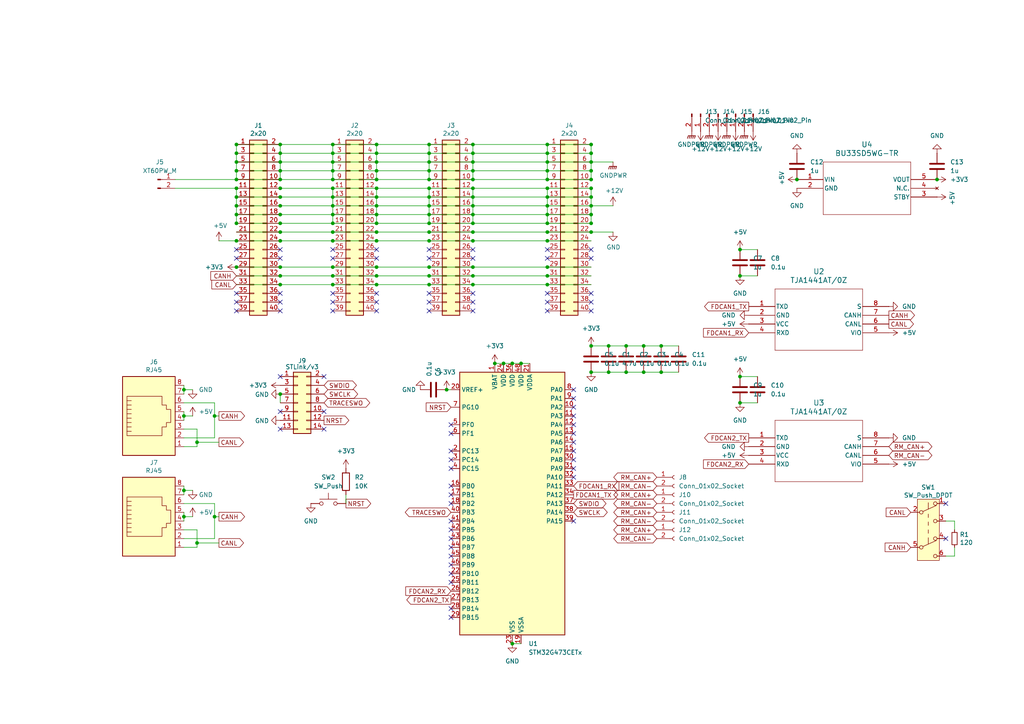
<source format=kicad_sch>
(kicad_sch (version 20250114) (generator "eeschema") (generator_version "9.0")
  (paper "A4")
  (junction (at 109.22 52.07))
  (junction (at 96.52 46.99))
  (junction (at 124.46 44.45))
  (junction (at 158.75 77.47))
  (junction (at 81.28 67.31))
  (junction (at 68.58 49.53))
  (junction (at 137.16 62.23))
  (junction (at 96.52 67.31))
  (junction (at 109.22 64.77))
  (junction (at 124.46 49.53))
  (junction (at 124.46 64.77))
  (junction (at 124.46 80.01))
  (junction (at 109.22 69.85))
  (junction (at 176.53 100.33))
  (junction (at 62.23 149.86))
  (junction (at 109.22 41.91))
  (junction (at 68.58 57.15))
  (junction (at 109.22 46.99))
  (junction (at 109.22 49.53))
  (junction (at 148.59 186.69))
  (junction (at 81.28 64.77))
  (junction (at 137.16 69.85))
  (junction (at 81.28 59.69))
  (junction (at 57.15 157.48))
  (junction (at 158.75 69.85))
  (junction (at 158.75 57.15))
  (junction (at 96.52 80.01))
  (junction (at 68.58 59.69))
  (junction (at 137.16 52.07))
  (junction (at 81.28 77.47))
  (junction (at 96.52 69.85))
  (junction (at 109.22 59.69))
  (junction (at 96.52 49.53))
  (junction (at 137.16 57.15))
  (junction (at 81.28 41.91))
  (junction (at 137.16 59.69))
  (junction (at 96.52 54.61))
  (junction (at 109.22 82.55))
  (junction (at 158.75 64.77))
  (junction (at 96.52 82.55))
  (junction (at 181.61 100.33))
  (junction (at 68.58 46.99))
  (junction (at 171.45 54.61))
  (junction (at 81.28 54.61))
  (junction (at 214.63 116.84))
  (junction (at 143.51 105.41))
  (junction (at 158.75 49.53))
  (junction (at 68.58 44.45))
  (junction (at 271.78 52.07))
  (junction (at 176.53 107.95))
  (junction (at 137.16 44.45))
  (junction (at 81.28 80.01))
  (junction (at 171.45 49.53))
  (junction (at 171.45 44.45))
  (junction (at 124.46 67.31))
  (junction (at 68.58 62.23))
  (junction (at 124.46 69.85))
  (junction (at 129.54 113.03))
  (junction (at 62.23 120.65))
  (junction (at 96.52 57.15))
  (junction (at 146.05 105.41))
  (junction (at 231.14 52.07))
  (junction (at 68.58 41.91))
  (junction (at 57.15 128.27))
  (junction (at 137.16 64.77))
  (junction (at 96.52 64.77))
  (junction (at 158.75 80.01))
  (junction (at 124.46 62.23))
  (junction (at 124.46 41.91))
  (junction (at 109.22 62.23))
  (junction (at 124.46 57.15))
  (junction (at 158.75 52.07))
  (junction (at 214.63 109.22))
  (junction (at 171.45 52.07))
  (junction (at 68.58 54.61))
  (junction (at 109.22 44.45))
  (junction (at 81.28 49.53))
  (junction (at 96.52 59.69))
  (junction (at 158.75 44.45))
  (junction (at 137.16 82.55))
  (junction (at 81.28 62.23))
  (junction (at 109.22 54.61))
  (junction (at 186.69 100.33))
  (junction (at 68.58 69.85))
  (junction (at 96.52 41.91))
  (junction (at 124.46 59.69))
  (junction (at 137.16 46.99))
  (junction (at 158.75 82.55))
  (junction (at 214.63 80.01))
  (junction (at 158.75 67.31))
  (junction (at 81.28 46.99))
  (junction (at 171.45 100.33))
  (junction (at 137.16 80.01))
  (junction (at 171.45 67.31))
  (junction (at 151.13 105.41))
  (junction (at 124.46 82.55))
  (junction (at 124.46 52.07))
  (junction (at 181.61 107.95))
  (junction (at 109.22 80.01))
  (junction (at 81.28 114.3))
  (junction (at 137.16 54.61))
  (junction (at 96.52 77.47))
  (junction (at 171.45 57.15))
  (junction (at 81.28 69.85))
  (junction (at 148.59 105.41))
  (junction (at 109.22 67.31))
  (junction (at 171.45 64.77))
  (junction (at 81.28 44.45))
  (junction (at 171.45 62.23))
  (junction (at 171.45 41.91))
  (junction (at 137.16 67.31))
  (junction (at 96.52 62.23))
  (junction (at 158.75 62.23))
  (junction (at 158.75 54.61))
  (junction (at 171.45 46.99))
  (junction (at 68.58 64.77))
  (junction (at 171.45 59.69))
  (junction (at 158.75 46.99))
  (junction (at 81.28 82.55))
  (junction (at 81.28 52.07))
  (junction (at 68.58 52.07))
  (junction (at 124.46 46.99))
  (junction (at 158.75 41.91))
  (junction (at 96.52 52.07))
  (junction (at 124.46 54.61))
  (junction (at 191.77 107.95))
  (junction (at 171.45 107.95))
  (junction (at 191.77 100.33))
  (junction (at 109.22 57.15))
  (junction (at 186.69 107.95))
  (junction (at 137.16 49.53))
  (junction (at 53.34 149.86))
  (junction (at 137.16 41.91))
  (junction (at 109.22 77.47))
  (junction (at 124.46 77.47))
  (junction (at 96.52 44.45))
  (junction (at 214.63 72.39))
  (junction (at 137.16 77.47))
  (junction (at 158.75 59.69))
  (junction (at 53.34 120.65))
  (junction (at 53.34 113.03))
  (junction (at 53.34 142.24))
  (junction (at 68.58 77.47))
  (junction (at 81.28 57.15))
  (no_connect (at 171.45 90.17))
  (no_connect (at 158.75 85.09))
  (no_connect (at 130.81 163.83))
  (no_connect (at 109.22 72.39))
  (no_connect (at 130.81 158.75))
  (no_connect (at 166.37 113.03))
  (no_connect (at 130.81 125.73))
  (no_connect (at 166.37 123.19))
  (no_connect (at 96.52 87.63))
  (no_connect (at 166.37 125.73))
  (no_connect (at 93.98 119.38))
  (no_connect (at 96.52 74.93))
  (no_connect (at 124.46 87.63))
  (no_connect (at 130.81 156.21))
  (no_connect (at 68.58 90.17))
  (no_connect (at 166.37 130.81))
  (no_connect (at 109.22 85.09))
  (no_connect (at 81.28 90.17))
  (no_connect (at 137.16 90.17))
  (no_connect (at 93.98 109.22))
  (no_connect (at 158.75 72.39))
  (no_connect (at 109.22 90.17))
  (no_connect (at 124.46 90.17))
  (no_connect (at 166.37 120.65))
  (no_connect (at 274.32 156.21))
  (no_connect (at 130.81 140.97))
  (no_connect (at 68.58 74.93))
  (no_connect (at 171.45 85.09))
  (no_connect (at 130.81 133.35))
  (no_connect (at 166.37 138.43))
  (no_connect (at 93.98 124.46))
  (no_connect (at 274.32 146.05))
  (no_connect (at 96.52 72.39))
  (no_connect (at 130.81 146.05))
  (no_connect (at 166.37 135.89))
  (no_connect (at 68.58 85.09))
  (no_connect (at 130.81 143.51))
  (no_connect (at 124.46 74.93))
  (no_connect (at 166.37 151.13))
  (no_connect (at 81.28 74.93))
  (no_connect (at 81.28 72.39))
  (no_connect (at 166.37 118.11))
  (no_connect (at 137.16 87.63))
  (no_connect (at 81.28 87.63))
  (no_connect (at 96.52 85.09))
  (no_connect (at 166.37 128.27))
  (no_connect (at 130.81 123.19))
  (no_connect (at 130.81 179.07))
  (no_connect (at 137.16 85.09))
  (no_connect (at 158.75 90.17))
  (no_connect (at 96.52 90.17))
  (no_connect (at 124.46 85.09))
  (no_connect (at 130.81 161.29))
  (no_connect (at 158.75 87.63))
  (no_connect (at 109.22 87.63))
  (no_connect (at 81.28 109.22))
  (no_connect (at 109.22 74.93))
  (no_connect (at 130.81 168.91))
  (no_connect (at 166.37 133.35))
  (no_connect (at 158.75 74.93))
  (no_connect (at 81.28 119.38))
  (no_connect (at 171.45 74.93))
  (no_connect (at 137.16 74.93))
  (no_connect (at 81.28 124.46))
  (no_connect (at 171.45 87.63))
  (no_connect (at 68.58 72.39))
  (no_connect (at 171.45 72.39))
  (no_connect (at 130.81 166.37))
  (no_connect (at 81.28 85.09))
  (no_connect (at 130.81 130.81))
  (no_connect (at 130.81 135.89))
  (no_connect (at 124.46 72.39))
  (no_connect (at 68.58 87.63))
  (no_connect (at 137.16 72.39))
  (no_connect (at 166.37 115.57))
  (no_connect (at 130.81 176.53))
  (no_connect (at 130.81 153.67))
  (no_connect (at 130.81 151.13))
  (wire (pts (xy 53.34 146.05) (xy 62.23 146.05)))
  (wire (pts (xy 96.52 80.01) (xy 109.22 80.01)))
  (wire (pts (xy 158.75 54.61) (xy 158.75 57.15)))
  (wire (pts (xy 50.8 54.61) (xy 68.58 54.61)))
  (wire (pts (xy 81.28 46.99) (xy 81.28 49.53)))
  (wire (pts (xy 158.75 49.53) (xy 158.75 46.99)))
  (wire (pts (xy 124.46 46.99) (xy 124.46 44.45)))
  (wire (pts (xy 68.58 62.23) (xy 68.58 59.69)))
  (wire (pts (xy 214.63 80.01) (xy 219.71 80.01)))
  (wire (pts (xy 96.52 59.69) (xy 109.22 59.69)))
  (wire (pts (xy 81.28 49.53) (xy 68.58 49.53)))
  (wire (pts (xy 171.45 44.45) (xy 171.45 46.99)))
  (wire (pts (xy 158.75 46.99) (xy 158.75 44.45)))
  (wire (pts (xy 81.28 44.45) (xy 81.28 46.99)))
  (wire (pts (xy 109.22 49.53) (xy 109.22 52.07)))
  (wire (pts (xy 109.22 57.15) (xy 96.52 57.15)))
  (wire (pts (xy 96.52 46.99) (xy 96.52 44.45)))
  (wire (pts (xy 171.45 49.53) (xy 158.75 49.53)))
  (wire (pts (xy 124.46 52.07) (xy 124.46 49.53)))
  (wire (pts (xy 68.58 52.07) (xy 81.28 52.07)))
  (wire (pts (xy 171.45 57.15) (xy 171.45 54.61)))
  (wire (pts (xy 109.22 82.55) (xy 96.52 82.55)))
  (wire (pts (xy 124.46 49.53) (xy 124.46 46.99)))
  (wire (pts (xy 109.22 46.99) (xy 109.22 49.53)))
  (wire (pts (xy 63.5 120.65) (xy 62.23 120.65)))
  (wire (pts (xy 68.58 80.01) (xy 81.28 80.01)))
  (wire (pts (xy 96.52 52.07) (xy 96.52 49.53)))
  (wire (pts (xy 137.16 57.15) (xy 124.46 57.15)))
  (wire (pts (xy 109.22 41.91) (xy 124.46 41.91)))
  (wire (pts (xy 158.75 57.15) (xy 137.16 57.15)))
  (wire (pts (xy 124.46 64.77) (xy 137.16 64.77)))
  (wire (pts (xy 81.28 44.45) (xy 68.58 44.45)))
  (wire (pts (xy 137.16 52.07) (xy 158.75 52.07)))
  (wire (pts (xy 55.88 113.03) (xy 53.34 113.03)))
  (wire (pts (xy 62.23 149.86) (xy 62.23 156.21)))
  (wire (pts (xy 137.16 62.23) (xy 124.46 62.23)))
  (wire (pts (xy 171.45 44.45) (xy 158.75 44.45)))
  (wire (pts (xy 53.34 153.67) (xy 57.15 153.67)))
  (wire (pts (xy 158.75 62.23) (xy 158.75 64.77)))
  (wire (pts (xy 158.75 59.69) (xy 158.75 62.23)))
  (wire (pts (xy 171.45 57.15) (xy 158.75 57.15)))
  (wire (pts (xy 137.16 41.91) (xy 158.75 41.91)))
  (wire (pts (xy 109.22 64.77) (xy 109.22 62.23)))
  (wire (pts (xy 109.22 49.53) (xy 96.52 49.53)))
  (wire (pts (xy 137.16 64.77) (xy 158.75 64.77)))
  (wire (pts (xy 68.58 64.77) (xy 68.58 62.23)))
  (wire (pts (xy 81.28 69.85) (xy 68.58 69.85)))
  (wire (pts (xy 171.45 62.23) (xy 158.75 62.23)))
  (wire (pts (xy 143.51 105.41) (xy 146.05 105.41)))
  (wire (pts (xy 137.16 69.85) (xy 124.46 69.85)))
  (wire (pts (xy 171.45 62.23) (xy 171.45 59.69)))
  (wire (pts (xy 62.23 146.05) (xy 62.23 149.86)))
  (wire (pts (xy 181.61 107.95) (xy 186.69 107.95)))
  (wire (pts (xy 158.75 77.47) (xy 171.45 77.47)))
  (wire (pts (xy 109.22 59.69) (xy 109.22 57.15)))
  (wire (pts (xy 81.28 49.53) (xy 81.28 52.07)))
  (wire (pts (xy 158.75 54.61) (xy 171.45 54.61)))
  (wire (pts (xy 137.16 49.53) (xy 137.16 52.07)))
  (wire (pts (xy 137.16 46.99) (xy 158.75 46.99)))
  (wire (pts (xy 96.52 54.61) (xy 109.22 54.61)))
  (wire (pts (xy 57.15 128.27) (xy 63.5 128.27)))
  (wire (pts (xy 124.46 67.31) (xy 137.16 67.31)))
  (wire (pts (xy 53.34 120.65) (xy 53.34 121.92)))
  (wire (pts (xy 55.88 149.86) (xy 53.34 149.86)))
  (wire (pts (xy 53.34 113.03) (xy 53.34 114.3)))
  (wire (pts (xy 124.46 57.15) (xy 109.22 57.15)))
  (wire (pts (xy 53.34 127) (xy 62.23 127)))
  (wire (pts (xy 96.52 44.45) (xy 81.28 44.45)))
  (wire (pts (xy 53.34 149.86) (xy 53.34 151.13)))
  (wire (pts (xy 171.45 59.69) (xy 171.45 57.15)))
  (wire (pts (xy 109.22 69.85) (xy 96.52 69.85)))
  (wire (pts (xy 124.46 69.85) (xy 109.22 69.85)))
  (wire (pts (xy 137.16 49.53) (xy 124.46 49.53)))
  (wire (pts (xy 100.33 143.51) (xy 100.33 146.05)))
  (wire (pts (xy 68.58 59.69) (xy 68.58 57.15)))
  (wire (pts (xy 68.58 54.61) (xy 81.28 54.61)))
  (wire (pts (xy 171.45 82.55) (xy 158.75 82.55)))
  (wire (pts (xy 158.75 52.07) (xy 158.75 49.53)))
  (wire (pts (xy 109.22 59.69) (xy 124.46 59.69)))
  (wire (pts (xy 96.52 57.15) (xy 96.52 59.69)))
  (wire (pts (xy 96.52 64.77) (xy 109.22 64.77)))
  (wire (pts (xy 137.16 59.69) (xy 137.16 62.23)))
  (wire (pts (xy 137.16 41.91) (xy 137.16 44.45)))
  (wire (pts (xy 137.16 67.31) (xy 158.75 67.31)))
  (wire (pts (xy 81.28 54.61) (xy 96.52 54.61)))
  (wire (pts (xy 81.28 64.77) (xy 96.52 64.77)))
  (wire (pts (xy 158.75 44.45) (xy 137.16 44.45)))
  (wire (pts (xy 81.28 52.07) (xy 96.52 52.07)))
  (wire (pts (xy 171.45 69.85) (xy 158.75 69.85)))
  (wire (pts (xy 96.52 82.55) (xy 81.28 82.55)))
  (wire (pts (xy 53.34 140.97) (xy 53.34 142.24)))
  (wire (pts (xy 186.69 107.95) (xy 191.77 107.95)))
  (wire (pts (xy 96.52 77.47) (xy 109.22 77.47)))
  (wire (pts (xy 176.53 107.95) (xy 181.61 107.95)))
  (wire (pts (xy 171.45 46.99) (xy 171.45 49.53)))
  (wire (pts (xy 177.8 67.31) (xy 171.45 67.31)))
  (wire (pts (xy 96.52 57.15) (xy 81.28 57.15)))
  (wire (pts (xy 53.34 124.46) (xy 57.15 124.46)))
  (wire (pts (xy 148.59 105.41) (xy 151.13 105.41)))
  (wire (pts (xy 158.75 44.45) (xy 158.75 41.91)))
  (wire (pts (xy 158.75 57.15) (xy 158.75 59.69)))
  (wire (pts (xy 124.46 82.55) (xy 109.22 82.55)))
  (wire (pts (xy 129.54 113.03) (xy 130.81 113.03)))
  (wire (pts (xy 124.46 44.45) (xy 124.46 41.91)))
  (wire (pts (xy 137.16 59.69) (xy 158.75 59.69)))
  (wire (pts (xy 158.75 52.07) (xy 171.45 52.07)))
  (wire (pts (xy 96.52 49.53) (xy 96.52 46.99)))
  (wire (pts (xy 109.22 57.15) (xy 109.22 54.61)))
  (wire (pts (xy 57.15 129.54) (xy 53.34 129.54)))
  (wire (pts (xy 158.75 69.85) (xy 137.16 69.85)))
  (wire (pts (xy 81.28 62.23) (xy 68.58 62.23)))
  (wire (pts (xy 124.46 59.69) (xy 137.16 59.69)))
  (wire (pts (xy 158.75 82.55) (xy 137.16 82.55)))
  (wire (pts (xy 68.58 44.45) (xy 68.58 46.99)))
  (wire (pts (xy 158.75 41.91) (xy 171.45 41.91)))
  (wire (pts (xy 124.46 41.91) (xy 137.16 41.91)))
  (wire (pts (xy 186.69 100.33) (xy 191.77 100.33)))
  (wire (pts (xy 96.52 46.99) (xy 109.22 46.99)))
  (wire (pts (xy 124.46 54.61) (xy 137.16 54.61)))
  (wire (pts (xy 96.52 41.91) (xy 109.22 41.91)))
  (wire (pts (xy 109.22 41.91) (xy 109.22 44.45)))
  (wire (pts (xy 68.58 46.99) (xy 68.58 49.53)))
  (wire (pts (xy 137.16 44.45) (xy 124.46 44.45)))
  (wire (pts (xy 158.75 64.77) (xy 171.45 64.77)))
  (wire (pts (xy 158.75 62.23) (xy 137.16 62.23)))
  (wire (pts (xy 53.34 156.21) (xy 62.23 156.21)))
  (wire (pts (xy 96.52 52.07) (xy 109.22 52.07)))
  (wire (pts (xy 57.15 128.27) (xy 57.15 129.54)))
  (wire (pts (xy 81.28 77.47) (xy 96.52 77.47)))
  (wire (pts (xy 124.46 54.61) (xy 124.46 57.15)))
  (wire (pts (xy 96.52 44.45) (xy 96.52 41.91)))
  (wire (pts (xy 124.46 49.53) (xy 109.22 49.53)))
  (wire (pts (xy 137.16 82.55) (xy 124.46 82.55)))
  (wire (pts (xy 62.23 120.65) (xy 62.23 127)))
  (wire (pts (xy 81.28 114.3) (xy 81.28 116.84)))
  (wire (pts (xy 96.52 67.31) (xy 109.22 67.31)))
  (wire (pts (xy 191.77 107.95) (xy 196.85 107.95)))
  (wire (pts (xy 96.52 69.85) (xy 81.28 69.85)))
  (wire (pts (xy 109.22 77.47) (xy 124.46 77.47)))
  (wire (pts (xy 81.28 80.01) (xy 96.52 80.01)))
  (wire (pts (xy 158.75 67.31) (xy 171.45 67.31)))
  (wire (pts (xy 63.5 157.48) (xy 57.15 157.48)))
  (wire (pts (xy 109.22 46.99) (xy 124.46 46.99)))
  (wire (pts (xy 137.16 54.61) (xy 158.75 54.61)))
  (wire (pts (xy 137.16 57.15) (xy 137.16 59.69)))
  (wire (pts (xy 137.16 44.45) (xy 137.16 46.99)))
  (wire (pts (xy 171.45 41.91) (xy 171.45 44.45)))
  (wire (pts (xy 124.46 46.99) (xy 137.16 46.99)))
  (wire (pts (xy 171.45 107.95) (xy 176.53 107.95)))
  (wire (pts (xy 81.28 67.31) (xy 96.52 67.31)))
  (wire (pts (xy 276.86 151.13) (xy 276.86 153.67)))
  (wire (pts (xy 96.52 59.69) (xy 96.52 62.23)))
  (wire (pts (xy 53.34 142.24) (xy 55.88 142.24)))
  (wire (pts (xy 53.34 120.65) (xy 55.88 120.65)))
  (wire (pts (xy 148.59 186.69) (xy 151.13 186.69)))
  (wire (pts (xy 124.46 52.07) (xy 137.16 52.07)))
  (wire (pts (xy 81.28 41.91) (xy 81.28 44.45)))
  (wire (pts (xy 57.15 124.46) (xy 57.15 128.27)))
  (wire (pts (xy 137.16 46.99) (xy 137.16 49.53)))
  (wire (pts (xy 146.05 105.41) (xy 148.59 105.41)))
  (wire (pts (xy 109.22 44.45) (xy 109.22 46.99)))
  (wire (pts (xy 214.63 109.22) (xy 219.71 109.22)))
  (wire (pts (xy 124.46 59.69) (xy 124.46 62.23)))
  (wire (pts (xy 62.23 120.65) (xy 62.23 116.84)))
  (wire (pts (xy 57.15 157.48) (xy 57.15 158.75)))
  (wire (pts (xy 68.58 67.31) (xy 81.28 67.31)))
  (wire (pts (xy 68.58 41.91) (xy 81.28 41.91)))
  (wire (pts (xy 68.58 46.99) (xy 81.28 46.99)))
  (wire (pts (xy 96.52 49.53) (xy 81.28 49.53)))
  (wire (pts (xy 68.58 41.91) (xy 68.58 44.45)))
  (wire (pts (xy 274.32 161.29) (xy 276.86 161.29)))
  (wire (pts (xy 137.16 54.61) (xy 137.16 57.15)))
  (wire (pts (xy 181.61 100.33) (xy 186.69 100.33)))
  (wire (pts (xy 171.45 49.53) (xy 171.45 52.07)))
  (wire (pts (xy 81.28 59.69) (xy 96.52 59.69)))
  (wire (pts (xy 68.58 69.85) (xy 63.5 69.85)))
  (wire (pts (xy 53.34 116.84) (xy 62.23 116.84)))
  (wire (pts (xy 109.22 64.77) (xy 124.46 64.77)))
  (wire (pts (xy 109.22 67.31) (xy 124.46 67.31)))
  (wire (pts (xy 57.15 153.67) (xy 57.15 157.48)))
  (wire (pts (xy 171.45 46.99) (xy 177.8 46.99)))
  (wire (pts (xy 53.34 142.24) (xy 53.34 143.51)))
  (wire (pts (xy 124.46 80.01) (xy 137.16 80.01)))
  (wire (pts (xy 151.13 105.41) (xy 153.67 105.41)))
  (wire (pts (xy 109.22 62.23) (xy 96.52 62.23)))
  (wire (pts (xy 171.45 64.77) (xy 171.45 62.23)))
  (wire (pts (xy 53.34 148.59) (xy 53.34 149.86)))
  (wire (pts (xy 191.77 100.33) (xy 196.85 100.33)))
  (wire (pts (xy 137.16 77.47) (xy 158.75 77.47)))
  (wire (pts (xy 158.75 80.01) (xy 171.45 80.01)))
  (wire (pts (xy 176.53 100.33) (xy 181.61 100.33)))
  (wire (pts (xy 81.28 82.55) (xy 68.58 82.55)))
  (wire (pts (xy 57.15 158.75) (xy 53.34 158.75)))
  (wire (pts (xy 109.22 44.45) (xy 96.52 44.45)))
  (wire (pts (xy 124.46 57.15) (xy 124.46 59.69)))
  (wire (pts (xy 124.46 62.23) (xy 124.46 64.77)))
  (wire (pts (xy 109.22 62.23) (xy 109.22 59.69)))
  (wire (pts (xy 81.28 41.91) (xy 96.52 41.91)))
  (wire (pts (xy 63.5 149.86) (xy 62.23 149.86)))
  (wire (pts (xy 68.58 59.69) (xy 81.28 59.69)))
  (wire (pts (xy 124.46 62.23) (xy 109.22 62.23)))
  (wire (pts (xy 68.58 57.15) (xy 68.58 54.61)))
  (wire (pts (xy 109.22 52.07) (xy 124.46 52.07)))
  (wire (pts (xy 50.8 52.07) (xy 68.58 52.07)))
  (wire (pts (xy 274.32 151.13) (xy 276.86 151.13)))
  (wire (pts (xy 276.86 161.29) (xy 276.86 158.75)))
  (wire (pts (xy 124.46 77.47) (xy 137.16 77.47)))
  (wire (pts (xy 158.75 49.53) (xy 137.16 49.53)))
  (wire (pts (xy 158.75 59.69) (xy 171.45 59.69)))
  (wire (pts (xy 137.16 62.23) (xy 137.16 64.77)))
  (wire (pts (xy 68.58 64.77) (xy 81.28 64.77)))
  (wire (pts (xy 68.58 49.53) (xy 68.58 52.07)))
  (wire (pts (xy 81.28 57.15) (xy 68.58 57.15)))
  (wire (pts (xy 81.28 46.99) (xy 96.52 46.99)))
  (wire (pts (xy 53.34 111.76) (xy 53.34 113.03)))
  (wire (pts (xy 158.75 46.99) (xy 171.45 46.99)))
  (wire (pts (xy 96.52 62.23) (xy 81.28 62.23)))
  (wire (pts (xy 214.63 116.84) (xy 219.71 116.84)))
  (wire (pts (xy 68.58 77.47) (xy 81.28 77.47)))
  (wire (pts (xy 96.52 62.23) (xy 96.52 64.77)))
  (wire (pts (xy 53.34 119.38) (xy 53.34 120.65)))
  (wire (pts (xy 177.8 59.69) (xy 171.45 59.69)))
  (wire (pts (xy 96.52 54.61) (xy 96.52 57.15)))
  (wire (pts (xy 171.45 100.33) (xy 176.53 100.33)))
  (wire (pts (xy 214.63 72.39) (xy 219.71 72.39)))
  (wire (pts (xy 124.46 44.45) (xy 109.22 44.45)))
  (wire (pts (xy 137.16 80.01) (xy 158.75 80.01)))
  (wire (pts (xy 109.22 80.01) (xy 124.46 80.01)))
  (wire (pts (xy 109.22 54.61) (xy 124.46 54.61)))
  (global_label "NRST" (shape input) (at 130.81 118.11 180) (property "Intersheetrefs" "${INTERSHEET_REFS}" (effects (hide yes))))
  (global_label "RM_CAN-" (shape bidirectional) (at 190.5 146.05 180) (property "Intersheetrefs" "${INTERSHEET_REFS}" (effects (hide yes))))
  (global_label "FDCAN1_TX" (shape output) (at 166.37 143.51 0) (property "Intersheetrefs" "${INTERSHEET_REFS}" (effects (hide yes))))
  (global_label "SWDIO" (shape bidirectional) (at 93.98 111.76 0) (property "Intersheetrefs" "${INTERSHEET_REFS}" (effects (hide yes))))
  (global_label "FDCAN1_TX" (shape output) (at 217.17 88.9 180) (property "Intersheetrefs" "${INTERSHEET_REFS}" (effects (hide yes))))
  (global_label "CANL" (shape output) (at 63.5 128.27 0) (property "Intersheetrefs" "${INTERSHEET_REFS}" (effects (hide yes))))
  (global_label "NRST" (shape output) (at 93.98 121.92 0) (property "Intersheetrefs" "${INTERSHEET_REFS}" (effects (hide yes))))
  (global_label "TRACESWO" (shape bidirectional) (at 93.98 116.84 0) (property "Intersheetrefs" "${INTERSHEET_REFS}" (effects (hide yes))))
  (global_label "RM_CAN+" (shape bidirectional) (at 190.5 138.43 180) (property "Intersheetrefs" "${INTERSHEET_REFS}" (effects (hide yes))))
  (global_label "SWCLK" (shape bidirectional) (at 93.98 114.3 0) (property "Intersheetrefs" "${INTERSHEET_REFS}" (effects (hide yes))))
  (global_label "FDCAN2_TX" (shape output) (at 130.81 173.99 180) (property "Intersheetrefs" "${INTERSHEET_REFS}" (effects (hide yes))))
  (global_label "FDCAN1_RX" (shape input) (at 217.17 96.52 180) (property "Intersheetrefs" "${INTERSHEET_REFS}" (effects (hide yes))))
  (global_label "FDCAN1_RX" (shape input) (at 166.37 140.97 0) (property "Intersheetrefs" "${INTERSHEET_REFS}" (effects (hide yes))))
  (global_label "CANL" (shape input) (at 68.58 82.55 180) (property "Intersheetrefs" "${INTERSHEET_REFS}" (effects (hide yes))))
  (global_label "CANL" (shape output) (at 63.5 157.48 0) (property "Intersheetrefs" "${INTERSHEET_REFS}" (effects (hide yes))))
  (global_label "FDCAN2_TX" (shape output) (at 217.17 127 180) (property "Intersheetrefs" "${INTERSHEET_REFS}" (effects (hide yes))))
  (global_label "CANH" (shape output) (at 257.81 91.44 0) (property "Intersheetrefs" "${INTERSHEET_REFS}" (effects (hide yes))))
  (global_label "CANL" (shape input) (at 264.16 148.59 180) (property "Intersheetrefs" "${INTERSHEET_REFS}" (effects (hide yes))))
  (global_label "CANL" (shape output) (at 257.81 93.98 0) (property "Intersheetrefs" "${INTERSHEET_REFS}" (effects (hide yes))))
  (global_label "SWDIO" (shape bidirectional) (at 166.37 146.05 0) (property "Intersheetrefs" "${INTERSHEET_REFS}" (effects (hide yes))))
  (global_label "RM_CAN+" (shape bidirectional) (at 257.81 129.54 0) (property "Intersheetrefs" "${INTERSHEET_REFS}" (effects (hide yes))))
  (global_label "RM_CAN+" (shape bidirectional) (at 190.5 153.67 180) (property "Intersheetrefs" "${INTERSHEET_REFS}" (effects (hide yes))))
  (global_label "CANH" (shape input) (at 68.58 80.01 180) (property "Intersheetrefs" "${INTERSHEET_REFS}" (effects (hide yes))))
  (global_label "CANH" (shape output) (at 63.5 120.65 0) (property "Intersheetrefs" "${INTERSHEET_REFS}" (effects (hide yes))))
  (global_label "TRACESWO" (shape bidirectional) (at 130.81 148.59 180) (property "Intersheetrefs" "${INTERSHEET_REFS}" (effects (hide yes))))
  (global_label "CANH" (shape output) (at 63.5 149.86 0) (property "Intersheetrefs" "${INTERSHEET_REFS}" (effects (hide yes))))
  (global_label "FDCAN2_RX" (shape input) (at 217.17 134.62 180) (property "Intersheetrefs" "${INTERSHEET_REFS}" (effects (hide yes))))
  (global_label "RM_CAN+" (shape bidirectional) (at 190.5 148.59 180) (property "Intersheetrefs" "${INTERSHEET_REFS}" (effects (hide yes))))
  (global_label "RM_CAN+" (shape bidirectional) (at 190.5 143.51 180) (property "Intersheetrefs" "${INTERSHEET_REFS}" (effects (hide yes))))
  (global_label "RM_CAN-" (shape bidirectional) (at 190.5 156.21 180) (property "Intersheetrefs" "${INTERSHEET_REFS}" (effects (hide yes))))
  (global_label "NRST" (shape output) (at 100.33 146.05 0) (property "Intersheetrefs" "${INTERSHEET_REFS}" (effects (hide yes))))
  (global_label "FDCAN2_RX" (shape input) (at 130.81 171.45 180) (property "Intersheetrefs" "${INTERSHEET_REFS}" (effects (hide yes))))
  (global_label "RM_CAN-" (shape bidirectional) (at 257.81 132.08 0) (property "Intersheetrefs" "${INTERSHEET_REFS}" (effects (hide yes))))
  (global_label "SWCLK" (shape bidirectional) (at 166.37 148.59 0) (property "Intersheetrefs" "${INTERSHEET_REFS}" (effects (hide yes))))
  (global_label "RM_CAN-" (shape bidirectional) (at 190.5 140.97 180) (property "Intersheetrefs" "${INTERSHEET_REFS}" (effects (hide yes))))
  (global_label "CANH" (shape input) (at 264.16 158.75 180) (property "Intersheetrefs" "${INTERSHEET_REFS}" (effects (hide yes))))
  (global_label "RM_CAN-" (shape bidirectional) (at 190.5 151.13 180) (property "Intersheetrefs" "${INTERSHEET_REFS}" (effects (hide yes))))
  (symbol (lib_id "power:GND") (at 81.28 114.3 270) (unit 1)
    (property "Reference" "#PWR017" (effects (hide yes)))
    (property "Value" "GND" (at 78.0288 114.427 90) (effects (justify right)))
  )
  (symbol (lib_id "Connector_Generic:Conn_02x20_Odd_Even") (at 73.66 64.77 0) (unit 1)
    (property "Reference" "J1" (at 74.93 36.3982 0))
    (property "Value" "2x20" (at 74.93 38.7096 0))
    (property "Footprint" "Connector_PinSocket_2.54mm:PinSocket_2x20_P2.54mm_Vertical" (effects (hide yes)))
  )
  (symbol (lib_id "Connector_Generic:Conn_02x20_Odd_Even") (at 101.6 64.77 0) (unit 1)
    (property "Reference" "J2" (at 102.87 36.3982 0))
    (property "Value" "2x20" (at 102.87 38.7096 0))
    (property "Footprint" "Connector_PinSocket_2.54mm:PinSocket_2x20_P2.54mm_Vertical" (effects (hide yes)))
  )
  (symbol (lib_id "Connector_Generic:Conn_02x20_Odd_Even") (at 129.54 64.77 0) (unit 1)
    (property "Reference" "J3" (at 130.81 36.3982 0))
    (property "Value" "2x20" (at 130.81 38.7096 0))
    (property "Footprint" "Connector_PinSocket_2.54mm:PinSocket_2x20_P2.54mm_Vertical" (effects (hide yes)))
  )
  (symbol (lib_id "Connector_Generic:Conn_02x20_Odd_Even") (at 163.83 64.77 0) (unit 1)
    (property "Reference" "J4" (at 165.1 36.3982 0))
    (property "Value" "2x20" (at 165.1 38.7096 0))
    (property "Footprint" "Connector_PinSocket_2.54mm:PinSocket_2x20_P2.54mm_Vertical" (effects (hide yes)))
  )
  (symbol (lib_id "Device:R_Small") (at 276.86 156.21 0) (unit 1)
    (property "Reference" "R1" (at 278.3586 155.0416 0) (effects (justify left)))
    (property "Value" "120" (at 278.3586 157.353 0) (effects (justify left)))
    (property "Footprint" "Resistor_SMD:R_0603_1608Metric_Pad0.98x0.95mm_HandSolder" (effects (hide yes)))
  )
  (symbol (lib_id "Connector:RJ45") (at 43.18 121.92 0) (unit 1)
    (property "Reference" "J6" (at 44.6278 104.9782 0))
    (property "Value" "RJ45" (at 44.6278 107.2896 0))
    (property "Footprint" "Connector_RJ:RJ45_Amphenol_54602-x08_Horizontal" (effects (hide yes)))
  )
  (symbol (lib_id "Connector:RJ45") (at 43.18 151.13 0) (unit 1)
    (property "Reference" "J7" (at 44.6278 134.1882 0))
    (property "Value" "RJ45" (at 44.6278 136.4996 0))
    (property "Footprint" "Connector_RJ:RJ45_Amphenol_54602-x08_Horizontal" (effects (hide yes)))
  )
  (symbol (lib_id "power:GND") (at 55.88 142.24 0) (unit 1)
    (property "Reference" "#PWR04" (effects (hide yes)))
    (property "Value" "GND" (at 59.69 143.51 0))
  )
  (symbol (lib_id "power:+5V") (at 55.88 120.65 0) (unit 1)
    (property "Reference" "#PWR01" (effects (hide yes)))
    (property "Value" "+5V" (at 59.69 119.38 0))
  )
  (symbol (lib_id "power:+5V") (at 55.88 149.86 0) (unit 1)
    (property "Reference" "#PWR03" (effects (hide yes)))
    (property "Value" "+5V" (at 59.69 148.59 0))
  )
  (symbol (lib_id "power:GND") (at 55.88 113.03 0) (unit 1)
    (property "Reference" "#PWR02" (effects (hide yes)))
    (property "Value" "GND" (at 59.69 113.03 0))
  )
  (symbol (lib_id "power:GNDPWR") (at 177.8 46.99 0) (unit 1)
    (property "Reference" "#PWR011" (effects (hide yes)))
    (property "Value" "GNDPWR" (at 177.9016 50.9016 0))
  )
  (symbol (lib_id "power:+12V") (at 177.8 59.69 0) (unit 1)
    (property "Reference" "#PWR012" (effects (hide yes)))
    (property "Value" "+12V" (at 178.181 55.2958 0))
  )
  (symbol (lib_id "power:GND") (at 177.8 67.31 0) (unit 1)
    (property "Reference" "#PWR013" (effects (hide yes)))
    (property "Value" "GND" (at 177.927 71.7042 0))
  )
  (symbol (lib_id "power:+5V") (at 63.5 69.85 0) (unit 1)
    (property "Reference" "#PWR07" (effects (hide yes)))
    (property "Value" "+5V" (at 63.881 65.4558 0))
  )
  (symbol (lib_id "Switch:SW_Push_DPDT") (at 269.24 153.67 0) (unit 1)
    (property "Reference" "SW1" (at 269.24 141.351 0))
    (property "Value" "SW_Push_DPDT" (at 269.24 143.6624 0))
    (property "Footprint" "Button_Switch_SMD:SW_DPDT_CK_JS202011JCQN" (effects (hide yes)))
  )
  (symbol (lib_id "power:+5V") (at 217.17 93.98 90) (unit 1)
    (property "Reference" "#PWR024" (effects (hide yes)))
    (property "Value" "+5V" (at 213.36 93.9799 90) (effects (justify left)))
    (property "Description" "Power symbol creates a global label with name \"+5V\"" (effects (hide yes)))
  )
  (symbol (lib_id "power:GND") (at 90.17 146.05 0) (unit 1)
    (property "Reference" "#PWR021" (effects (hide yes)))
    (property "Value" "GND" (at 90.17 151.13 0))
    (property "Description" "Power symbol creates a global label with name \"GND\" , ground" (effects (hide yes)))
  )
  (symbol (lib_id "Device:C") (at 176.53 104.14 0) (unit 1)
    (property "Reference" "C1" (at 180.34 102.8699 0) (effects (justify left)))
    (property "Value" "4.7u" (at 180.34 105.4099 0) (effects (justify left)))
    (property "Footprint" "Capacitor_SMD:C_0603_1608Metric_Pad1.08x0.95mm_HandSolder" (effects (hide yes)))
    (property "Description" "Unpolarized capacitor" (effects (hide yes)))
  )
  (symbol (lib_id "power:+3V3") (at 81.28 111.76 90) (unit 1)
    (property "Reference" "#PWR018" (effects (hide yes)))
    (property "Value" "+3V3" (at 77.47 111.7599 90) (effects (justify left)))
    (property "Description" "Power symbol creates a global label with name \"+3V3\"" (effects (hide yes)))
  )
  (symbol (lib_id "power:+3V3") (at 143.51 105.41 0) (unit 1)
    (property "Reference" "#PWR014" (effects (hide yes)))
    (property "Value" "+3V3" (at 143.51 100.33 0))
    (property "Description" "Power symbol creates a global label with name \"+3V3\"" (effects (hide yes)))
  )
  (symbol (lib_id "Switch:SW_Push") (at 95.25 146.05 0) (unit 1)
    (property "Reference" "SW2" (at 95.25 138.43 0))
    (property "Value" "SW_Push" (at 95.25 140.97 0))
    (property "Footprint" "d_robo_lib:TVAF06-A020B-R" (effects (hide yes)))
    (property "Description" "Push button switch, generic, two pins" (effects (hide yes)))
  )
  (symbol (lib_id "power:GND") (at 257.81 127 90) (unit 1)
    (property "Reference" "#PWR022" (effects (hide yes)))
    (property "Value" "GND" (at 261.62 126.9999 90) (effects (justify right)))
    (property "Description" "Power symbol creates a global label with name \"GND\" , ground" (effects (hide yes)))
  )
  (symbol (lib_id "TJA1441AT_0Z:TJA1441AT_0Z") (at 217.17 127 0) (unit 1)
    (property "Reference" "U3" (at 237.49 116.84 0) (effects (font (size 1.524 1.524))))
    (property "Value" "TJA1441AT/0Z" (at 237.49 119.38 0) (effects (font (size 1.524 1.524))))
    (property "Footprint" "TJA1441AT_0Z:SO8_SOT96-1_NXP" (effects (hide yes)))
    (property "Datasheet" "TJA1441AT/0Z" (effects (hide yes)))
  )
  (symbol (lib_id "TJA1441AT_0Z:TJA1441AT_0Z") (at 217.17 88.9 0) (unit 1)
    (property "Reference" "U2" (at 237.49 78.74 0) (effects (font (size 1.524 1.524))))
    (property "Value" "TJA1441AT/0Z" (at 237.49 81.28 0) (effects (font (size 1.524 1.524))))
    (property "Footprint" "TJA1441AT_0Z:SO8_SOT96-1_NXP" (effects (hide yes)))
    (property "Datasheet" "TJA1441AT/0Z" (effects (hide yes)))
  )
  (symbol (lib_id "Connector:Conn_01x02_Socket") (at 195.58 143.51 0) (unit 1)
    (property "Reference" "J10" (at 196.85 143.5099 0) (effects (justify left)))
    (property "Value" "Conn_01x02_Socket" (at 196.85 146.0499 0) (effects (justify left)))
    (property "Footprint" "Connector_JST:JST_GH_SM02B-GHS-TB_1x02-1MP_P1.25mm_Horizontal" (effects (hide yes)))
    (property "Description" "Generic connector, single row, 01x02, script generated" (effects (hide yes)))
  )
  (symbol (lib_id "power:+3V3") (at 129.54 113.03 0) (unit 1)
    (property "Reference" "#PWR015" (effects (hide yes)))
    (property "Value" "+3V3" (at 129.54 107.95 0))
    (property "Description" "Power symbol creates a global label with name \"+3V3\"" (effects (hide yes)))
  )
  (symbol (lib_id "power:+12V") (at 218.44 38.1 180) (unit 1)
    (property "Reference" "#PWR036" (effects (hide yes)))
    (property "Value" "+12V" (at 218.44 43.18 0))
    (property "Description" "Power symbol creates a global label with name \"+12V\"" (effects (hide yes)))
  )
  (symbol (lib_id "Connector:Conn_01x02_Socket") (at 195.58 153.67 0) (unit 1)
    (property "Reference" "J12" (at 196.85 153.6699 0) (effects (justify left)))
    (property "Value" "Conn_01x02_Socket" (at 196.85 156.2099 0) (effects (justify left)))
    (property "Footprint" "Connector_JST:JST_GH_SM02B-GHS-TB_1x02-1MP_P1.25mm_Horizontal" (effects (hide yes)))
    (property "Description" "Generic connector, single row, 01x02, script generated" (effects (hide yes)))
  )
  (symbol (lib_id "Device:C") (at 186.69 104.14 0) (unit 1)
    (property "Reference" "C3" (at 190.5 102.8699 0) (effects (justify left)))
    (property "Value" "0.1u" (at 190.5 105.4099 0) (effects (justify left)))
    (property "Footprint" "Capacitor_SMD:C_0603_1608Metric_Pad1.08x0.95mm_HandSolder" (effects (hide yes)))
    (property "Description" "Unpolarized capacitor" (effects (hide yes)))
  )
  (symbol (lib_id "power:GNDPWR") (at 205.74 38.1 0) (unit 1)
    (property "Reference" "#PWR038" (effects (hide yes)))
    (property "Value" "GNDPWR" (at 205.613 41.91 0))
    (property "Description" "Power symbol creates a global label with name \"GNDPWR\" , global ground" (effects (hide yes)))
  )
  (symbol (lib_id "power:+12V") (at 203.2 38.1 180) (unit 1)
    (property "Reference" "#PWR033" (effects (hide yes)))
    (property "Value" "+12V" (at 203.2 43.18 0))
    (property "Description" "Power symbol creates a global label with name \"+12V\"" (effects (hide yes)))
  )
  (symbol (lib_id "power:+5V") (at 217.17 132.08 90) (unit 1)
    (property "Reference" "#PWR027" (effects (hide yes)))
    (property "Value" "+5V" (at 213.36 132.0799 90) (effects (justify left)))
    (property "Description" "Power symbol creates a global label with name \"+5V\"" (effects (hide yes)))
  )
  (symbol (lib_id "Connector:Conn_01x02_Pin") (at 218.44 33.02 270) (unit 1)
    (property "Reference" "J16" (at 219.71 32.3849 90) (effects (justify left)))
    (property "Value" "Conn_01x02_Pin" (at 219.71 34.9249 90) (effects (justify left)))
    (property "Footprint" "Connector_AMASS:AMASS_XT30PW-M_1x02_P2.50mm_Horizontal" (effects (hide yes)))
    (property "Description" "Generic connector, single row, 01x02, script generated" (effects (hide yes)))
  )
  (symbol (lib_id "Connector_Generic:Conn_02x07_Odd_Even") (at 86.36 116.84 0) (unit 1)
    (property "Reference" "J9" (at 87.63 104.648 0))
    (property "Value" "STLink/v3" (at 87.63 106.426 0))
    (property "Footprint" "3220-14-0100-00:CONN14_3220-14_CNC" (effects (hide yes)))
    (property "Description" "Generic connector, double row, 02x07, odd/even pin numbering scheme (row 1 odd numbers, row 2 even numbers), script generated (kicad-library-utils/schlib/autogen/connector/)" (effects (hide yes)))
  )
  (symbol (lib_id "power:+3V3") (at 100.33 135.89 0) (unit 1)
    (property "Reference" "#PWR020" (effects (hide yes)))
    (property "Value" "+3V3" (at 100.33 130.81 0))
    (property "Description" "Power symbol creates a global label with name \"+3V3\"" (effects (hide yes)))
  )
  (symbol (lib_id "power:GND") (at 214.63 116.84 0) (unit 1)
    (property "Reference" "#PWR032" (effects (hide yes)))
    (property "Value" "GND" (at 214.63 121.92 0))
    (property "Description" "Power symbol creates a global label with name \"GND\" , ground" (effects (hide yes)))
  )
  (symbol (lib_id "power:+5V") (at 214.63 72.39 0) (unit 1)
    (property "Reference" "#PWR029" (effects (hide yes)))
    (property "Value" "+5V" (at 214.63 67.31 0))
    (property "Description" "Power symbol creates a global label with name \"+5V\"" (effects (hide yes)))
  )
  (symbol (lib_id "Device:R") (at 100.33 139.7 0) (unit 1)
    (property "Reference" "R2" (at 102.87 138.4299 0) (effects (justify left)))
    (property "Value" "10K" (at 102.87 140.9699 0) (effects (justify left)))
    (property "Footprint" "Resistor_SMD:R_0603_1608Metric_Pad0.98x0.95mm_HandSolder" (effects (hide yes)))
    (property "Description" "Resistor" (effects (hide yes)))
  )
  (symbol (lib_id "power:GND") (at 121.92 113.03 180) (unit 1)
    (property "Reference" "#PWR016" (effects (hide yes)))
    (property "Value" "GND" (at 118.618 113.03 0))
    (property "Description" "Power symbol creates a global label with name \"GND\" , ground" (effects (hide yes)))
  )
  (symbol (lib_id "Device:C") (at 219.71 113.03 0) (unit 1)
    (property "Reference" "C10" (at 223.52 111.7599 0) (effects (justify left)))
    (property "Value" "0.1u" (at 223.52 114.2999 0) (effects (justify left)))
    (property "Footprint" "Capacitor_SMD:C_0603_1608Metric_Pad1.08x0.95mm_HandSolder" (effects (hide yes)))
    (property "Description" "Unpolarized capacitor" (effects (hide yes)))
  )
  (symbol (lib_id "power:+5V") (at 214.63 109.22 0) (unit 1)
    (property "Reference" "#PWR031" (effects (hide yes)))
    (property "Value" "+5V" (at 214.63 104.14 0))
    (property "Description" "Power symbol creates a global label with name \"+5V\"" (effects (hide yes)))
  )
  (symbol (lib_id "power:GNDPWR") (at 200.66 38.1 0) (unit 1)
    (property "Reference" "#PWR037" (effects (hide yes)))
    (property "Value" "GNDPWR" (at 200.533 41.91 0))
    (property "Description" "Power symbol creates a global label with name \"GNDPWR\" , global ground" (effects (hide yes)))
  )
  (symbol (lib_id "power:GND") (at 214.63 80.01 0) (unit 1)
    (property "Reference" "#PWR030" (effects (hide yes)))
    (property "Value" "GND" (at 214.63 85.09 0))
    (property "Description" "Power symbol creates a global label with name \"GND\" , ground" (effects (hide yes)))
  )
  (symbol (lib_id "power:+3V3") (at 171.45 100.33 0) (unit 1)
    (property "Reference" "#PWR09" (effects (hide yes)))
    (property "Value" "+3V3" (at 171.45 95.25 0))
    (property "Description" "Power symbol creates a global label with name \"+3V3\"" (effects (hide yes)))
  )
  (symbol (lib_id "power:GNDPWR") (at 215.9 38.1 0) (unit 1)
    (property "Reference" "#PWR040" (effects (hide yes)))
    (property "Value" "GNDPWR" (at 215.773 41.91 0))
    (property "Description" "Power symbol creates a global label with name \"GNDPWR\" , global ground" (effects (hide yes)))
  )
  (symbol (lib_id "Device:C") (at 271.78 48.26 180) (unit 1)
    (property "Reference" "C13" (at 275.59 46.9899 0) (effects (justify right)))
    (property "Value" "1u" (at 275.59 49.5299 0) (effects (justify right)))
    (property "Footprint" "Capacitor_SMD:C_0603_1608Metric_Pad1.08x0.95mm_HandSolder" (effects (hide yes)))
    (property "Description" "Unpolarized capacitor" (effects (hide yes)))
  )
  (symbol (lib_id "power:GND") (at 171.45 107.95 0) (unit 1)
    (property "Reference" "#PWR010" (effects (hide yes)))
    (property "Value" "GND" (at 171.45 113.03 0))
    (property "Description" "Power symbol creates a global label with name \"GND\" , ground" (effects (hide yes)))
  )
  (symbol (lib_id "Connector:Conn_01x02_Socket") (at 195.58 148.59 0) (unit 1)
    (property "Reference" "J11" (at 196.85 148.5899 0) (effects (justify left)))
    (property "Value" "Conn_01x02_Socket" (at 196.85 151.1299 0) (effects (justify left)))
    (property "Footprint" "Connector_JST:JST_GH_SM02B-GHS-TB_1x02-1MP_P1.25mm_Horizontal" (effects (hide yes)))
    (property "Description" "Generic connector, single row, 01x02, script generated" (effects (hide yes)))
  )
  (symbol (lib_id "Connector:Conn_01x02_Socket") (at 195.58 138.43 0) (unit 1)
    (property "Reference" "J8" (at 196.85 138.4299 0) (effects (justify left)))
    (property "Value" "Conn_01x02_Socket" (at 196.85 140.9699 0) (effects (justify left)))
    (property "Footprint" "Connector_JST:JST_GH_SM02B-GHS-TB_1x02-1MP_P1.25mm_Horizontal" (effects (hide yes)))
    (property "Description" "Generic connector, single row, 01x02, script generated" (effects (hide yes)))
  )
  (symbol (lib_id "power:GND") (at 217.17 129.54 270) (unit 1)
    (property "Reference" "#PWR026" (effects (hide yes)))
    (property "Value" "GND" (at 213.36 129.5399 90) (effects (justify right)))
    (property "Description" "Power symbol creates a global label with name \"GND\" , ground" (effects (hide yes)))
  )
  (symbol (lib_id "Device:C") (at 219.71 76.2 0) (unit 1)
    (property "Reference" "C8" (at 223.52 74.9299 0) (effects (justify left)))
    (property "Value" "0.1u" (at 223.52 77.4699 0) (effects (justify left)))
    (property "Footprint" "Capacitor_SMD:C_0603_1608Metric_Pad1.08x0.95mm_HandSolder" (effects (hide yes)))
    (property "Description" "Unpolarized capacitor" (effects (hide yes)))
  )
  (symbol (lib_id "Device:C") (at 181.61 104.14 0) (unit 1)
    (property "Reference" "C2" (at 185.42 102.8699 0) (effects (justify left)))
    (property "Value" "0.1u" (at 185.42 105.4099 0) (effects (justify left)))
    (property "Footprint" "Capacitor_SMD:C_0603_1608Metric_Pad1.08x0.95mm_HandSolder" (effects (hide yes)))
    (property "Description" "Unpolarized capacitor" (effects (hide yes)))
  )
  (symbol (lib_id "power:+5V") (at 231.14 52.07 90) (unit 1)
    (property "Reference" "#PWR042" (effects (hide yes)))
    (property "Value" "+5V" (at 226.7458 51.689 0))
  )
  (symbol (lib_id "MCU_ST_STM32G4:STM32G473CETx") (at 148.59 146.05 0) (unit 1)
    (property "Reference" "U1" (at 153.2733 186.69 0) (effects (justify left)))
    (property "Value" "STM32G473CETx" (at 153.2733 189.23 0) (effects (justify left)))
    (property "Footprint" "Package_QFP:LQFP-48_7x7mm_P0.5mm" (effects (hide yes)))
    (property "Datasheet" "https://www.st.com/resource/en/datasheet/stm32g473ce.pdf" (effects (hide yes)))
    (property "Description" "STMicroelectronics Arm Cortex-M4 MCU, 512KB flash, 128KB RAM, 170 MHz, 1.71-3.6V, 38 GPIO, LQFP48" (effects (hide yes)))
  )
  (symbol (lib_id "power:GND") (at 257.81 88.9 90) (unit 1)
    (property "Reference" "#PWR06" (effects (hide yes)))
    (property "Value" "GND" (at 261.62 88.8999 90) (effects (justify right)))
    (property "Description" "Power symbol creates a global label with name \"GND\" , ground" (effects (hide yes)))
  )
  (symbol (lib_id "power:+3V3") (at 271.78 52.07 270) (unit 1)
    (property "Reference" "#PWR041" (effects (hide yes)))
    (property "Value" "+3V3" (at 275.59 52.0699 90) (effects (justify left)))
    (property "Description" "Power symbol creates a global label with name \"+3V3\"" (effects (hide yes)))
  )
  (symbol (lib_id "Connector:Conn_01x02_Pin") (at 213.36 33.02 270) (unit 1)
    (property "Reference" "J15" (at 214.63 32.3849 90) (effects (justify left)))
    (property "Value" "Conn_01x02_Pin" (at 214.63 34.9249 90) (effects (justify left)))
    (property "Footprint" "Connector_AMASS:AMASS_XT30PW-M_1x02_P2.50mm_Horizontal" (effects (hide yes)))
    (property "Description" "Generic connector, single row, 01x02, script generated" (effects (hide yes)))
  )
  (symbol (lib_id "Connector:Conn_01x02_Pin") (at 45.72 52.07 0) (unit 1)
    (property "Reference" "J5" (at 46.355 46.99 0))
    (property "Value" "XT60PW_M" (at 46.355 49.53 0))
    (property "Footprint" "Connector_AMASS:AMASS_XT60PW-M_1x02_P7.20mm_Horizontal" (effects (hide yes)))
    (property "Description" "Generic connector, single row, 01x02, script generated" (effects (hide yes)))
  )
  (symbol (lib_id "power:+5V") (at 271.78 57.15 270) (unit 1)
    (property "Reference" "#PWR046" (effects (hide yes)))
    (property "Value" "+5V" (at 276.1742 57.531 0))
  )
  (symbol (lib_id "BU33SD5WG_TR:BU33SD5WG-TR") (at 231.14 52.07 0) (unit 1)
    (property "Reference" "U4" (at 251.46 41.91 0) (effects (font (size 1.524 1.524))))
    (property "Value" "BU33SD5WG-TR" (at 251.46 44.45 0) (effects (font (size 1.524 1.524))))
    (property "Footprint" "BU33SD5WG_TR:SSOP5_ROM" (effects (hide yes)))
    (property "Datasheet" "BU33SD5WG-TR" (effects (hide yes)))
  )
  (symbol (lib_id "power:GND") (at 217.17 91.44 270) (unit 1)
    (property "Reference" "#PWR025" (effects (hide yes)))
    (property "Value" "GND" (at 213.36 91.4399 90) (effects (justify right)))
    (property "Description" "Power symbol creates a global label with name \"GND\" , ground" (effects (hide yes)))
  )
  (symbol (lib_id "Device:C") (at 125.73 113.03 90) (mirror x) (unit 1)
    (property "Reference" "C6" (at 127.0001 109.22 0) (effects (justify right)))
    (property "Value" "0.1u" (at 124.4601 109.22 0) (effects (justify right)))
    (property "Footprint" "Capacitor_SMD:C_0603_1608Metric_Pad1.08x0.95mm_HandSolder" (effects (hide yes)))
    (property "Description" "Unpolarized capacitor" (effects (hide yes)))
  )
  (symbol (lib_id "power:GND") (at 231.14 44.45 180) (unit 1)
    (property "Reference" "#PWR045" (effects (hide yes)))
    (property "Value" "GND" (at 231.14 39.37 0))
    (property "Description" "Power symbol creates a global label with name \"GND\" , ground" (effects (hide yes)))
  )
  (symbol (lib_id "Device:C") (at 214.63 113.03 0) (unit 1)
    (property "Reference" "C9" (at 218.44 111.7599 0) (effects (justify left)))
    (property "Value" "1u" (at 218.44 114.2999 0) (effects (justify left)))
    (property "Footprint" "Capacitor_SMD:C_0603_1608Metric_Pad1.08x0.95mm_HandSolder" (effects (hide yes)))
    (property "Description" "Unpolarized capacitor" (effects (hide yes)))
  )
  (symbol (lib_id "power:GND") (at 81.28 121.92 270) (unit 1)
    (property "Reference" "#PWR019" (effects (hide yes)))
    (property "Value" "GND" (at 78.0288 122.047 90) (effects (justify right)))
  )
  (symbol (lib_id "power:+3V3") (at 68.58 77.47 90) (unit 1)
    (property "Reference" "#PWR08" (effects (hide yes)))
    (property "Value" "+3V3" (at 64.77 77.4699 90) (effects (justify left)))
    (property "Description" "Power symbol creates a global label with name \"+3V3\"" (effects (hide yes)))
  )
  (symbol (lib_id "Device:C") (at 171.45 104.14 0) (unit 1)
    (property "Reference" "C5" (at 175.26 102.8699 0) (effects (justify left)))
    (property "Value" "0.1u" (at 175.26 105.4099 0) (effects (justify left)))
    (property "Footprint" "Capacitor_SMD:C_0603_1608Metric_Pad1.08x0.95mm_HandSolder" (effects (hide yes)))
    (property "Description" "Unpolarized capacitor" (effects (hide yes)))
  )
  (symbol (lib_id "Device:C") (at 196.85 104.14 0) (unit 1)
    (property "Reference" "C11" (at 200.66 102.8699 0) (effects (justify left)))
    (property "Value" "0.1u" (at 200.66 105.4099 0) (effects (justify left)))
    (property "Footprint" "Capacitor_SMD:C_0603_1608Metric_Pad1.08x0.95mm_HandSolder" (effects (hide yes)))
    (property "Description" "Unpolarized capacitor" (effects (hide yes)))
  )
  (symbol (lib_id "power:+12V") (at 208.28 38.1 180) (unit 1)
    (property "Reference" "#PWR034" (effects (hide yes)))
    (property "Value" "+12V" (at 208.28 43.18 0))
    (property "Description" "Power symbol creates a global label with name \"+12V\"" (effects (hide yes)))
  )
  (symbol (lib_id "power:+5V") (at 257.81 134.62 270) (unit 1)
    (property "Reference" "#PWR028" (effects (hide yes)))
    (property "Value" "+5V" (at 261.62 134.6199 90) (effects (justify left)))
    (property "Description" "Power symbol creates a global label with name \"+5V\"" (effects (hide yes)))
  )
  (symbol (lib_id "power:GND") (at 271.78 44.45 180) (unit 1)
    (property "Reference" "#PWR044" (effects (hide yes)))
    (property "Value" "GND" (at 271.78 39.37 0))
    (property "Description" "Power symbol creates a global label with name \"GND\" , ground" (effects (hide yes)))
  )
  (symbol (lib_id "Device:C") (at 231.14 48.26 180) (unit 1)
    (property "Reference" "C12" (at 234.95 46.9899 0) (effects (justify right)))
    (property "Value" "1u" (at 234.95 49.5299 0) (effects (justify right)))
    (property "Footprint" "Capacitor_SMD:C_0603_1608Metric_Pad1.08x0.95mm_HandSolder" (effects (hide yes)))
    (property "Description" "Unpolarized capacitor" (effects (hide yes)))
  )
  (symbol (lib_id "power:GND") (at 148.59 186.69 0) (unit 1)
    (property "Reference" "#PWR05" (effects (hide yes)))
    (property "Value" "GND" (at 148.59 191.77 0))
    (property "Description" "Power symbol creates a global label with name \"GND\" , ground" (effects (hide yes)))
  )
  (symbol (lib_id "Connector:Conn_01x02_Pin") (at 203.2 33.02 270) (unit 1)
    (property "Reference" "J13" (at 204.47 32.3849 90) (effects (justify left)))
    (property "Value" "Conn_01x02_Pin" (at 204.47 34.9249 90) (effects (justify left)))
    (property "Footprint" "Connector_AMASS:AMASS_XT30PW-M_1x02_P2.50mm_Horizontal" (effects (hide yes)))
    (property "Description" "Generic connector, single row, 01x02, script generated" (effects (hide yes)))
  )
  (symbol (lib_id "power:+5V") (at 257.81 96.52 270) (unit 1)
    (property "Reference" "#PWR023" (effects (hide yes)))
    (property "Value" "+5V" (at 261.62 96.5199 90) (effects (justify left)))
    (property "Description" "Power symbol creates a global label with name \"+5V\"" (effects (hide yes)))
  )
  (symbol (lib_id "power:GNDPWR") (at 210.82 38.1 0) (unit 1)
    (property "Reference" "#PWR039" (effects (hide yes)))
    (property "Value" "GNDPWR" (at 210.693 41.91 0))
    (property "Description" "Power symbol creates a global label with name \"GNDPWR\" , global ground" (effects (hide yes)))
  )
  (symbol (lib_id "Device:C") (at 214.63 76.2 0) (unit 1)
    (property "Reference" "C7" (at 218.44 74.9299 0) (effects (justify left)))
    (property "Value" "1u" (at 218.44 77.4699 0) (effects (justify left)))
    (property "Footprint" "Capacitor_SMD:C_0603_1608Metric_Pad1.08x0.95mm_HandSolder" (effects (hide yes)))
    (property "Description" "Unpolarized capacitor" (effects (hide yes)))
  )
  (symbol (lib_id "Connector:Conn_01x02_Pin") (at 208.28 33.02 270) (unit 1)
    (property "Reference" "J14" (at 209.55 32.3849 90) (effects (justify left)))
    (property "Value" "Conn_01x02_Pin" (at 209.55 34.9249 90) (effects (justify left)))
    (property "Footprint" "Connector_AMASS:AMASS_XT30PW-M_1x02_P2.50mm_Horizontal" (effects (hide yes)))
    (property "Description" "Generic connector, single row, 01x02, script generated" (effects (hide yes)))
  )
  (symbol (lib_id "power:GND") (at 231.14 54.61 0) (unit 1)
    (property "Reference" "#PWR043" (effects (hide yes)))
    (property "Value" "GND" (at 231.14 59.69 0))
    (property "Description" "Power symbol creates a global label with name \"GND\" , ground" (effects (hide yes)))
  )
  (symbol (lib_id "power:+12V") (at 213.36 38.1 180) (unit 1)
    (property "Reference" "#PWR035" (effects (hide yes)))
    (property "Value" "+12V" (at 213.36 43.18 0))
    (property "Description" "Power symbol creates a global label with name \"+12V\"" (effects (hide yes)))
  )
  (symbol (lib_id "Device:C") (at 191.77 104.14 0) (unit 1)
    (property "Reference" "C4" (at 195.58 102.8699 0) (effects (justify left)))
    (property "Value" "0.1u" (at 195.58 105.4099 0) (effects (justify left)))
    (property "Footprint" "Capacitor_SMD:C_0603_1608Metric_Pad1.08x0.95mm_HandSolder" (effects (hide yes)))
    (property "Description" "Unpolarized capacitor" (effects (hide yes)))
  )
)
</source>
